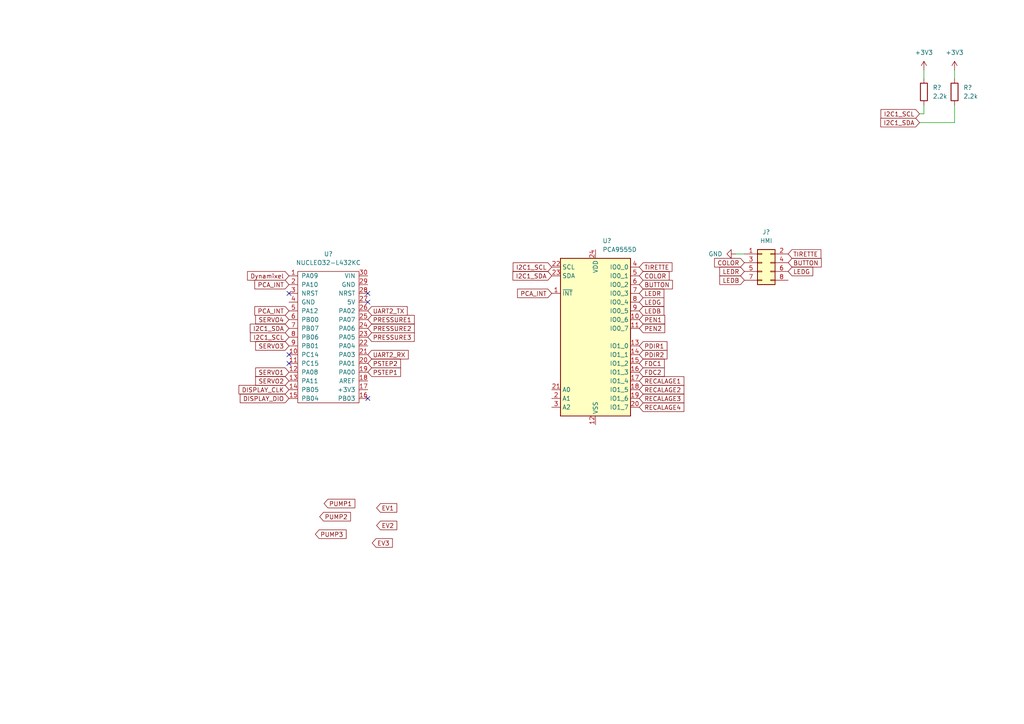
<source format=kicad_sch>
(kicad_sch (version 20210621) (generator eeschema)
  (paper "A4")
  (lib_symbols
    (symbol "Connector_Generic:Conn_02x04_Odd_Even" (pin_names (offset 1.016) hide)
      (property "Reference" "J" (at 1.27 5.08 0))
      (property "Value" "Conn_02x04_Odd_Even" (at 1.27 -7.62 0))
      (symbol "Conn_02x04_Odd_Even_1_1"
        (rectangle (start -1.27 -4.953) (end 0 -5.207) (stroke (width 0.1524)))
        (rectangle (start -1.27 -2.413) (end 0 -2.667) (stroke (width 0.1524)))
        (rectangle (start -1.27 0.127) (end 0 -0.127) (stroke (width 0.1524)))
        (rectangle (start -1.27 2.667) (end 0 2.413) (stroke (width 0.1524)))
        (rectangle (start -1.27 3.81) (end 3.81 -6.35) (stroke (width 0.254)) (fill (type background)))
        (rectangle (start 3.81 -4.953) (end 2.54 -5.207) (stroke (width 0.1524)))
        (rectangle (start 3.81 -2.413) (end 2.54 -2.667) (stroke (width 0.1524)))
        (rectangle (start 3.81 0.127) (end 2.54 -0.127) (stroke (width 0.1524)))
        (rectangle (start 3.81 2.667) (end 2.54 2.413) (stroke (width 0.1524)))
        (pin passive line (at -5.08 2.54 0) (length 3.81) (name "Pin_1") (number "1"))
        (pin passive line (at 7.62 2.54 180) (length 3.81) (name "Pin_2") (number "2"))
        (pin passive line (at -5.08 0 0) (length 3.81) (name "Pin_3") (number "3"))
        (pin passive line (at 7.62 0 180) (length 3.81) (name "Pin_4") (number "4"))
        (pin passive line (at -5.08 -2.54 0) (length 3.81) (name "Pin_5") (number "5"))
        (pin passive line (at 7.62 -2.54 180) (length 3.81) (name "Pin_6") (number "6"))
        (pin passive line (at -5.08 -5.08 0) (length 3.81) (name "Pin_7") (number "7"))
        (pin passive line (at 7.62 -5.08 180) (length 3.81) (name "Pin_8") (number "8"))
      )
    )
    (symbol "Device:R" (pin_numbers hide) (pin_names (offset 0))
      (property "Reference" "R" (at 2.032 0 90))
      (property "Value" "R" (at 0 0 90))
      (symbol "R_0_1"
        (rectangle (start -1.016 -2.54) (end 1.016 2.54) (stroke (width 0.254)))
      )
      (symbol "R_1_1"
        (pin passive line (at 0 3.81 270) (length 1.27) (name "~") (number "1"))
        (pin passive line (at 0 -3.81 90) (length 1.27) (name "~") (number "2"))
      )
    )
    (symbol "Interface_Expansion:PCA9555D"
      (property "Reference" "U" (at -8.89 24.13 0))
      (property "Value" "PCA9555D" (at 6.35 24.13 0))
      (symbol "PCA9555D_0_1"
        (rectangle (start -10.16 22.86) (end 10.16 -22.86) (stroke (width 0.254)) (fill (type background)))
      )
      (symbol "PCA9555D_1_1"
        (pin open_collector line (at -12.7 12.7 0) (length 2.54) (name "~{INT}") (number "1"))
        (pin bidirectional line (at 12.7 5.08 180) (length 2.54) (name "IO0_6") (number "10"))
        (pin bidirectional line (at 12.7 2.54 180) (length 2.54) (name "IO0_7") (number "11"))
        (pin power_in line (at 0 -25.4 90) (length 2.54) (name "VSS") (number "12"))
        (pin bidirectional line (at 12.7 -2.54 180) (length 2.54) (name "IO1_0") (number "13"))
        (pin bidirectional line (at 12.7 -5.08 180) (length 2.54) (name "IO1_1") (number "14"))
        (pin bidirectional line (at 12.7 -7.62 180) (length 2.54) (name "IO1_2") (number "15"))
        (pin bidirectional line (at 12.7 -10.16 180) (length 2.54) (name "IO1_3") (number "16"))
        (pin bidirectional line (at 12.7 -12.7 180) (length 2.54) (name "IO1_4") (number "17"))
        (pin bidirectional line (at 12.7 -15.24 180) (length 2.54) (name "IO1_5") (number "18"))
        (pin bidirectional line (at 12.7 -17.78 180) (length 2.54) (name "IO1_6") (number "19"))
        (pin input line (at -12.7 -17.78 0) (length 2.54) (name "A1") (number "2"))
        (pin bidirectional line (at 12.7 -20.32 180) (length 2.54) (name "IO1_7") (number "20"))
        (pin input line (at -12.7 -15.24 0) (length 2.54) (name "A0") (number "21"))
        (pin input line (at -12.7 20.32 0) (length 2.54) (name "SCL") (number "22"))
        (pin bidirectional line (at -12.7 17.78 0) (length 2.54) (name "SDA") (number "23"))
        (pin power_in line (at 0 25.4 270) (length 2.54) (name "VDD") (number "24"))
        (pin input line (at -12.7 -20.32 0) (length 2.54) (name "A2") (number "3"))
        (pin bidirectional line (at 12.7 20.32 180) (length 2.54) (name "IO0_0") (number "4"))
        (pin bidirectional line (at 12.7 17.78 180) (length 2.54) (name "IO0_1") (number "5"))
        (pin bidirectional line (at 12.7 15.24 180) (length 2.54) (name "IO0_2") (number "6"))
        (pin bidirectional line (at 12.7 12.7 180) (length 2.54) (name "IO0_3") (number "7"))
        (pin bidirectional line (at 12.7 10.16 180) (length 2.54) (name "IO0_4") (number "8"))
        (pin bidirectional line (at 12.7 7.62 180) (length 2.54) (name "IO0_5") (number "9"))
      )
    )
    (symbol "mySymbols:NUCLEO32-L432KC" (pin_names (offset 1.016))
      (property "Reference" "U" (at -5.08 20.32 0))
      (property "Value" "NUCLEO32-L432KC" (at 0 -20.32 0))
      (symbol "NUCLEO32-L432KC_0_1"
        (rectangle (start -8.89 19.05) (end 8.89 -19.05))
      )
      (symbol "NUCLEO32-L432KC_1_1"
        (pin bidirectional line (at -11.43 17.78 0) (length 2.54) (name "PA09") (number "1"))
        (pin bidirectional line (at -11.43 -5.08 0) (length 2.54) (name "PC14") (number "10"))
        (pin bidirectional line (at -11.43 -7.62 0) (length 2.54) (name "PC15") (number "11"))
        (pin bidirectional line (at -11.43 -10.16 0) (length 2.54) (name "PA08") (number "12"))
        (pin bidirectional line (at -11.43 -12.7 0) (length 2.54) (name "PA11") (number "13"))
        (pin bidirectional line (at -11.43 -15.24 0) (length 2.54) (name "PB05") (number "14"))
        (pin bidirectional line (at -11.43 -17.78 0) (length 2.54) (name "PB04") (number "15"))
        (pin bidirectional line (at 11.43 -17.78 180) (length 2.54) (name "PB03") (number "16"))
        (pin power_in line (at 11.43 -15.24 180) (length 2.54) (name "+3V3") (number "17"))
        (pin input line (at 11.43 -12.7 180) (length 2.54) (name "AREF") (number "18"))
        (pin bidirectional line (at 11.43 -10.16 180) (length 2.54) (name "PA00") (number "19"))
        (pin bidirectional line (at -11.43 15.24 0) (length 2.54) (name "PA10") (number "2"))
        (pin bidirectional line (at 11.43 -7.62 180) (length 2.54) (name "PA01") (number "20"))
        (pin bidirectional line (at 11.43 -5.08 180) (length 2.54) (name "PA03") (number "21"))
        (pin bidirectional line (at 11.43 -2.54 180) (length 2.54) (name "PA04") (number "22"))
        (pin bidirectional line (at 11.43 0 180) (length 2.54) (name "PA05") (number "23"))
        (pin bidirectional line (at 11.43 2.54 180) (length 2.54) (name "PA06") (number "24"))
        (pin bidirectional line (at 11.43 5.08 180) (length 2.54) (name "PA07") (number "25"))
        (pin bidirectional line (at 11.43 7.62 180) (length 2.54) (name "PA02") (number "26"))
        (pin power_in line (at 11.43 10.16 180) (length 2.54) (name "5V") (number "27"))
        (pin input line (at 11.43 12.7 180) (length 2.54) (name "NRST") (number "28"))
        (pin power_in line (at 11.43 15.24 180) (length 2.54) (name "GND") (number "29"))
        (pin input line (at -11.43 12.7 0) (length 2.54) (name "NRST") (number "3"))
        (pin power_in line (at 11.43 17.78 180) (length 2.54) (name "VIN") (number "30"))
        (pin power_in line (at -11.43 10.16 0) (length 2.54) (name "GND") (number "4"))
        (pin bidirectional line (at -11.43 7.62 0) (length 2.54) (name "PA12") (number "5"))
        (pin bidirectional line (at -11.43 5.08 0) (length 2.54) (name "PB00") (number "6"))
        (pin bidirectional line (at -11.43 2.54 0) (length 2.54) (name "PB07") (number "7"))
        (pin bidirectional line (at -11.43 0 0) (length 2.54) (name "PB06") (number "8"))
        (pin bidirectional line (at -11.43 -2.54 0) (length 2.54) (name "PB01") (number "9"))
      )
    )
    (symbol "power:+3V3" (power) (pin_names (offset 0))
      (property "Value" "+3V3" (at 0 3.556 0))
      (symbol "+3V3_0_1"
        (polyline (pts (xy -0.762 1.27) (xy 0 2.54)))
        (polyline (pts (xy 0 0) (xy 0 2.54)))
        (polyline (pts (xy 0 2.54) (xy 0.762 1.27)))
      )
      (symbol "+3V3_1_1"
        (pin power_in line (at 0 0 90) (length 0) hide (name "+3V3") (number "1"))
      )
    )
    (symbol "power:GND" (power) (pin_names (offset 0))
      (property "Value" "GND" (at 0 -3.81 0))
      (symbol "GND_0_1"
        (polyline (pts (xy 0 0) (xy 0 -1.27) (xy 1.27 -1.27) (xy 0 -2.54) (xy -1.27 -1.27) (xy 0 -1.27)))
      )
      (symbol "GND_1_1"
        (pin power_in line (at 0 0 270) (length 0) hide (name "GND") (number "1"))
      )
    )
  )
  (no_connect (at 83.82 105.41))
  (no_connect (at 83.82 102.87))
  (no_connect (at 106.68 115.57))
  (no_connect (at 106.68 85.09))
  (no_connect (at 106.68 87.63))
  (no_connect (at 83.82 85.09))
  (wire (pts (xy 266.7 33.02) (xy 267.97 33.02)))
  (wire (pts (xy 267.97 33.02) (xy 267.97 30.48)))
  (wire (pts (xy 276.86 20.32) (xy 276.86 22.86)))
  (wire (pts (xy 276.86 35.56) (xy 276.86 30.48)))
  (wire (pts (xy 266.7 35.56) (xy 276.86 35.56)))
  (wire (pts (xy 267.97 20.32) (xy 267.97 22.86)))
  (wire (pts (xy 213.36 73.66) (xy 215.9 73.66)))
  (global_label "DISPLAY_DIO" (shape input) (at 83.82 115.57 180) (property "Références Inter-Feuilles" "${INTERSHEET_REFS}" (effects hide)))
  (global_label "I2C1_SDA" (shape input) (at 83.82 95.25 180) (property "Références Inter-Feuilles" "${INTERSHEET_REFS}" (effects hide)))
  (global_label "EV2" (shape input) (at 109.22 152.4 0) (property "Références Inter-Feuilles" "${INTERSHEET_REFS}" (effects hide)))
  (global_label "PEN1" (shape input) (at 185.42 92.71 0) (property "Références Inter-Feuilles" "${INTERSHEET_REFS}" (effects hide)))
  (global_label "PDIR2" (shape input) (at 185.42 102.87 0) (property "Références Inter-Feuilles" "${INTERSHEET_REFS}" (effects hide)))
  (global_label "BUTTON" (shape input) (at 228.6 76.2 0) (property "Références Inter-Feuilles" "${INTERSHEET_REFS}" (effects hide)))
  (global_label "I2C1_SDA" (shape input) (at 266.7 35.56 180) (property "Références Inter-Feuilles" "${INTERSHEET_REFS}" (effects hide)))
  (global_label "I2C1_SCL" (shape input) (at 266.7 33.02 180) (property "Références Inter-Feuilles" "${INTERSHEET_REFS}" (effects hide)))
  (global_label "Dynamixel" (shape input) (at 83.82 80.01 180) (property "Références Inter-Feuilles" "${INTERSHEET_REFS}" (effects hide)))
  (global_label "I2C1_SCL" (shape input) (at 160.02 77.47 180) (property "Références Inter-Feuilles" "${INTERSHEET_REFS}" (effects hide)))
  (global_label "PRESSURE3" (shape input) (at 106.68 97.79 0) (property "Références Inter-Feuilles" "${INTERSHEET_REFS}" (effects hide)))
  (global_label "LEDB" (shape input) (at 185.42 90.17 0) (property "Références Inter-Feuilles" "${INTERSHEET_REFS}" (effects hide)))
  (global_label "RECALAGE4" (shape input) (at 185.42 118.11 0) (property "Références Inter-Feuilles" "${INTERSHEET_REFS}" (effects hide)))
  (global_label "COLOR" (shape input) (at 215.9 76.2 180) (property "Références Inter-Feuilles" "${INTERSHEET_REFS}" (effects hide)))
  (global_label "UART2_RX" (shape input) (at 106.68 102.87 0) (property "Références Inter-Feuilles" "${INTERSHEET_REFS}" (effects hide)))
  (global_label "PEN2" (shape input) (at 185.42 95.25 0) (property "Références Inter-Feuilles" "${INTERSHEET_REFS}" (effects hide)))
  (global_label "I2C1_SDA" (shape input) (at 160.02 80.01 180) (property "Références Inter-Feuilles" "${INTERSHEET_REFS}" (effects hide)))
  (global_label "FDC2" (shape input) (at 185.42 107.95 0) (property "Références Inter-Feuilles" "${INTERSHEET_REFS}" (effects hide)))
  (global_label "EV3" (shape input) (at 107.95 157.48 0) (property "Références Inter-Feuilles" "${INTERSHEET_REFS}" (effects hide)))
  (global_label "RECALAGE3" (shape input) (at 185.42 115.57 0) (property "Références Inter-Feuilles" "${INTERSHEET_REFS}" (effects hide)))
  (global_label "LEDG" (shape input) (at 185.42 87.63 0) (property "Références Inter-Feuilles" "${INTERSHEET_REFS}" (effects hide)))
  (global_label "RECALAGE2" (shape input) (at 185.42 113.03 0) (property "Références Inter-Feuilles" "${INTERSHEET_REFS}" (effects hide)))
  (global_label "PRESSURE2" (shape input) (at 106.68 95.25 0) (property "Références Inter-Feuilles" "${INTERSHEET_REFS}" (effects hide)))
  (global_label "PUMP1" (shape input) (at 93.98 146.05 0) (property "Références Inter-Feuilles" "${INTERSHEET_REFS}" (effects hide)))
  (global_label "PDIR1" (shape input) (at 185.42 100.33 0) (property "Références Inter-Feuilles" "${INTERSHEET_REFS}" (effects hide)))
  (global_label "I2C1_SCL" (shape input) (at 83.82 97.79 180) (property "Références Inter-Feuilles" "${INTERSHEET_REFS}" (effects hide)))
  (global_label "PCA_INT" (shape input) (at 160.02 85.09 180) (property "Références Inter-Feuilles" "${INTERSHEET_REFS}" (effects hide)))
  (global_label "PSTEP1" (shape input) (at 106.68 107.95 0) (property "Références Inter-Feuilles" "${INTERSHEET_REFS}" (effects hide)))
  (global_label "COLOR" (shape input) (at 185.42 80.01 0) (property "Références Inter-Feuilles" "${INTERSHEET_REFS}" (effects hide)))
  (global_label "EV1" (shape input) (at 109.22 147.32 0) (property "Références Inter-Feuilles" "${INTERSHEET_REFS}" (effects hide)))
  (global_label "LEDG" (shape input) (at 228.6 78.74 0) (property "Références Inter-Feuilles" "${INTERSHEET_REFS}" (effects hide)))
  (global_label "BUTTON" (shape input) (at 185.42 82.55 0) (property "Références Inter-Feuilles" "${INTERSHEET_REFS}" (effects hide)))
  (global_label "TIRETTE" (shape input) (at 228.6 73.66 0) (property "Références Inter-Feuilles" "${INTERSHEET_REFS}" (effects hide)))
  (global_label "SERVO2" (shape input) (at 83.82 110.49 180) (property "Références Inter-Feuilles" "${INTERSHEET_REFS}" (effects hide)))
  (global_label "PSTEP2" (shape input) (at 106.68 105.41 0) (property "Références Inter-Feuilles" "${INTERSHEET_REFS}" (effects hide)))
  (global_label "LEDB" (shape input) (at 215.9 81.28 180) (property "Références Inter-Feuilles" "${INTERSHEET_REFS}" (effects hide)))
  (global_label "SERVO4" (shape input) (at 83.82 92.71 180) (property "Références Inter-Feuilles" "${INTERSHEET_REFS}" (effects hide)))
  (global_label "TIRETTE" (shape input) (at 185.42 77.47 0) (property "Références Inter-Feuilles" "${INTERSHEET_REFS}" (effects hide)))
  (global_label "SERVO1" (shape input) (at 83.82 107.95 180) (property "Références Inter-Feuilles" "${INTERSHEET_REFS}" (effects hide)))
  (global_label "PRESSURE1" (shape input) (at 106.68 92.71 0) (property "Références Inter-Feuilles" "${INTERSHEET_REFS}" (effects hide)))
  (global_label "PCA_INT" (shape input) (at 83.82 90.17 180) (property "Références Inter-Feuilles" "${INTERSHEET_REFS}" (effects hide)))
  (global_label "UART2_TX" (shape input) (at 106.68 90.17 0) (property "Références Inter-Feuilles" "${INTERSHEET_REFS}" (effects hide)))
  (global_label "LEDR" (shape input) (at 185.42 85.09 0) (property "Références Inter-Feuilles" "${INTERSHEET_REFS}" (effects hide)))
  (global_label "SERVO3" (shape input) (at 83.82 100.33 180) (property "Références Inter-Feuilles" "${INTERSHEET_REFS}" (effects hide)))
  (global_label "RECALAGE1" (shape input) (at 185.42 110.49 0) (property "Références Inter-Feuilles" "${INTERSHEET_REFS}" (effects hide)))
  (global_label "PUMP2" (shape input) (at 92.71 149.86 0) (property "Références Inter-Feuilles" "${INTERSHEET_REFS}" (effects hide)))
  (global_label "DISPLAY_CLK" (shape input) (at 83.82 113.03 180) (property "Références Inter-Feuilles" "${INTERSHEET_REFS}" (effects hide)))
  (global_label "LEDR" (shape input) (at 215.9 78.74 180) (property "Références Inter-Feuilles" "${INTERSHEET_REFS}" (effects hide)))
  (global_label "PUMP3" (shape input) (at 91.44 154.94 0) (property "Références Inter-Feuilles" "${INTERSHEET_REFS}" (effects hide)))
  (global_label "FDC1" (shape input) (at 185.42 105.41 0) (property "Références Inter-Feuilles" "${INTERSHEET_REFS}" (effects hide)))
  (global_label "PCA_INT" (shape input) (at 83.82 82.55 180) (property "Références Inter-Feuilles" "${INTERSHEET_REFS}" (effects hide)))
  (symbol (lib_id "Connector_Generic:Conn_02x04_Odd_Even") (at 220.98 76.2 0) (unit 1)
    (property "Reference" "J?" (at 222.25 67.31 0))
    (property "Value" "HMI" (at 222.25 69.85 0))
  )
  (symbol (lib_id "Device:R") (at 267.97 26.67 0) (unit 1)
    (property "Reference" "R?" (at 270.51 25.3999 0) (effects (justify left)))
    (property "Value" "2.2k" (at 270.51 27.9399 0) (effects (justify left)))
  )
  (symbol (lib_id "power:+3V3") (at 276.86 20.32 0) (unit 1)
    (property "Reference" "#PWR?" (effects hide))
    (property "Value" "+3V3" (at 276.86 15.24 0))
  )
  (symbol (lib_id "Device:R") (at 276.86 26.67 0) (unit 1)
    (property "Reference" "R?" (at 279.4 25.3999 0) (effects (justify left)))
    (property "Value" "2.2k" (at 279.4 27.9399 0) (effects (justify left)))
  )
  (symbol (lib_id "Interface_Expansion:PCA9555D") (at 172.72 97.79 0) (unit 1)
    (property "Reference" "U?" (at 174.7394 69.85 0) (effects (justify left)))
    (property "Value" "PCA9555D" (at 174.7394 72.39 0) (effects (justify left)))
    (property "Footprint" "Package_SO:SOIC-24W_7.5x15.4mm_P1.27mm" (effects hide))
    (property "Datasheet" "https://www.nxp.com/docs/en/data-sheet/PCA9555.pdf" (effects hide))
  )
  (symbol (lib_id "power:GND") (at 213.36 73.66 270) (unit 1)
    (property "Reference" "#PWR?" (effects hide))
    (property "Value" "GND" (at 209.55 73.6599 90) (effects (justify right)))
  )
  (symbol (lib_id "power:+3V3") (at 267.97 20.32 0) (unit 1)
    (property "Reference" "#PWR?" (effects hide))
    (property "Value" "+3V3" (at 267.97 15.24 0))
  )
  (symbol (lib_id "mySymbols:NUCLEO32-L432KC") (at 95.25 97.79 0) (unit 1)
    (property "Reference" "U?" (at 95.25 73.66 0))
    (property "Value" "NUCLEO32-L432KC" (at 95.25 76.2 0))
    (property "Footprint" "myFootprints:NUCLEO32" (effects hide))
    (property "Datasheet" "https://www.st.com/content/ccc/resource/technical/document/user_manual/e3/0e/88/05/e8/74/43/a0/DM00231744.pdf/files/DM00231744.pdf/jcr:content/translations/en.DM00231744.pdf" (effects hide))
  )
)
</source>
